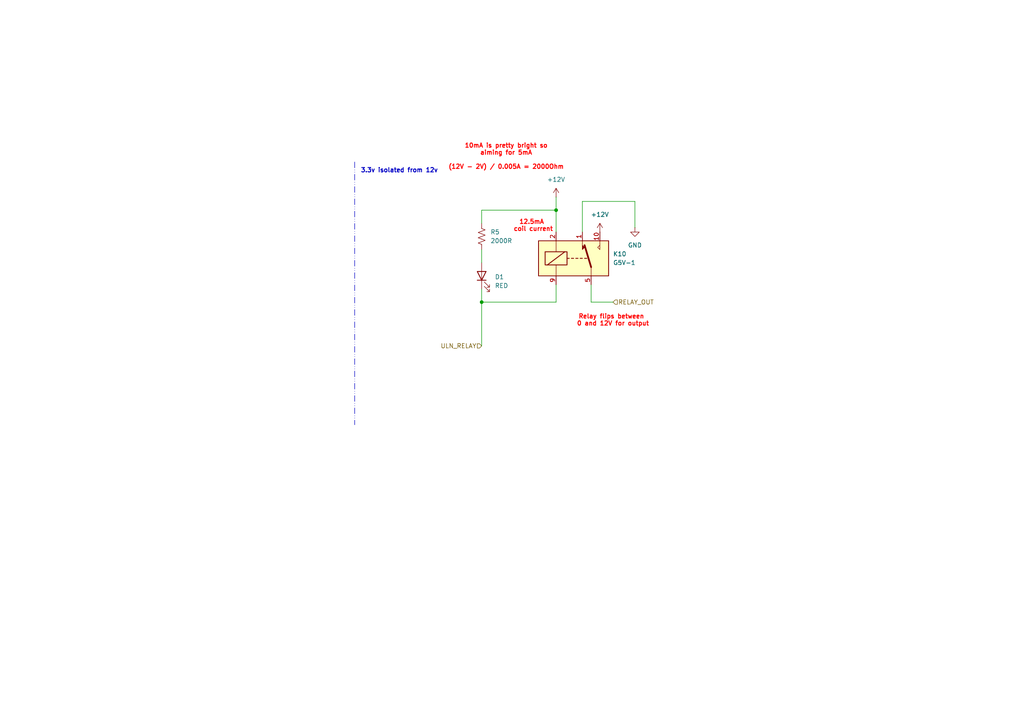
<source format=kicad_sch>
(kicad_sch (version 20231120) (generator "eeschema") (generator_version "8.0")
  (paper "A4")
  (lib_symbols
    (symbol "Device:LED" (pin_numbers hide) (pin_names (offset 1.016) hide)
      (property "Reference" "D" (at 0 2.54 0))
      (property "Value" "LED" (at 0 -2.54 0))
      (symbol "LED_0_1"
        (polyline (pts (xy -1.27 -1.27) (xy -1.27 1.27)) (stroke (width 0.254)))
        (polyline (pts (xy -1.27 0) (xy 1.27 0)))
        (polyline (pts (xy 1.27 -1.27) (xy 1.27 1.27) (xy -1.27 0) (xy 1.27 -1.27)) (stroke (width 0.254)))
        (polyline (pts (xy -3.048 -0.762) (xy -4.572 -2.286) (xy -3.81 -2.286) (xy -4.572 -2.286) (xy -4.572 -1.524)))
        (polyline (pts (xy -1.778 -0.762) (xy -3.302 -2.286) (xy -2.54 -2.286) (xy -3.302 -2.286) (xy -3.302 -1.524)))
      )
      (symbol "LED_1_1"
        (pin passive line (at -3.81 0 0) (length 2.54) (name "K") (number "1"))
        (pin passive line (at 3.81 0 180) (length 2.54) (name "A") (number "2"))
      )
    )
    (symbol "Device:R_US" (pin_numbers hide) (pin_names (offset 0))
      (property "Reference" "R" (at 2.54 0 90))
      (property "Value" "R_US" (at -2.54 0 90))
      (symbol "R_US_0_1"
        (polyline (pts (xy 0 -2.286) (xy 0 -2.54)))
        (polyline (pts (xy 0 2.286) (xy 0 2.54)))
        (polyline (pts (xy 0 -0.762) (xy 1.016 -1.143) (xy 0 -1.524) (xy -1.016 -1.905) (xy 0 -2.286)))
        (polyline (pts (xy 0 0.762) (xy 1.016 0.381) (xy 0 0) (xy -1.016 -0.381) (xy 0 -0.762)))
        (polyline (pts (xy 0 2.286) (xy 1.016 1.905) (xy 0 1.524) (xy -1.016 1.143) (xy 0 0.762)))
      )
      (symbol "R_US_1_1"
        (pin passive line (at 0 3.81 270) (length 1.27) (name "~") (number "1"))
        (pin passive line (at 0 -3.81 90) (length 1.27) (name "~") (number "2"))
      )
    )
    (symbol "Relay:G5V-1"
      (property "Reference" "K" (at 11.43 3.81 0))
      (property "Value" "G5V-1" (at 11.43 1.27 0))
      (symbol "G5V-1_0_0"
        (polyline (pts (xy 7.62 5.08) (xy 7.62 2.54) (xy 6.985 3.175) (xy 7.62 3.81)))
      )
      (symbol "G5V-1_0_1"
        (rectangle (start -10.16 5.08) (end 10.16 -5.08) (stroke (width 0.254)) (fill (type background)))
        (rectangle (start -8.255 1.905) (end -1.905 -1.905) (stroke (width 0.254)))
        (polyline (pts (xy -7.62 -1.905) (xy -2.54 1.905)) (stroke (width 0.254)))
        (polyline (pts (xy -5.08 -5.08) (xy -5.08 -1.905)))
        (polyline (pts (xy -5.08 5.08) (xy -5.08 1.905)))
        (polyline (pts (xy -1.905 0) (xy -1.27 0)) (stroke (width 0.254)))
        (polyline (pts (xy -0.635 0) (xy 0 0)) (stroke (width 0.254)))
        (polyline (pts (xy 0.635 0) (xy 1.27 0)) (stroke (width 0.254)))
        (polyline (pts (xy 1.905 0) (xy 2.54 0)) (stroke (width 0.254)))
        (polyline (pts (xy 3.175 0) (xy 3.81 0)) (stroke (width 0.254)))
        (polyline (pts (xy 5.08 -2.54) (xy 3.175 3.81)) (stroke (width 0.508)))
        (polyline (pts (xy 5.08 -2.54) (xy 5.08 -5.08)))
        (polyline (pts (xy 2.54 5.08) (xy 2.54 2.54) (xy 3.175 3.175) (xy 2.54 3.81)) (fill (type outline)))
      )
      (symbol "G5V-1_1_1"
        (pin passive line (at 2.54 7.62 270) (length 2.54) (name "~") (number "1"))
        (pin passive line (at 7.62 7.62 270) (length 2.54) (name "~") (number "10"))
        (pin passive line (at -5.08 7.62 270) (length 2.54) (name "~") (number "2"))
        (pin passive line (at 5.08 -7.62 90) (length 2.54) (name "~") (number "5"))
        (pin passive line (at 5.08 -7.62 90) (length 2.54) hide (name "~") (number "6"))
        (pin passive line (at -5.08 -7.62 90) (length 2.54) (name "~") (number "9"))
      )
    )
    (symbol "power:+12V" (power) (pin_numbers hide) (pin_names (offset 0) hide)
      (property "Value" "+12V" (at 0 3.556 0))
      (symbol "+12V_0_1"
        (polyline (pts (xy -0.762 1.27) (xy 0 2.54)))
        (polyline (pts (xy 0 0) (xy 0 2.54)))
        (polyline (pts (xy 0 2.54) (xy 0.762 1.27)))
      )
      (symbol "+12V_1_1"
        (pin power_in line (at 0 0 90) (length 0) (name "~") (number "1"))
      )
    )
    (symbol "power:GND" (power) (pin_numbers hide) (pin_names (offset 0) hide)
      (property "Value" "GND" (at 0 -3.81 0))
      (symbol "GND_0_1"
        (polyline (pts (xy 0 0) (xy 0 -1.27) (xy 1.27 -1.27) (xy 0 -2.54) (xy -1.27 -1.27) (xy 0 -1.27)))
      )
      (symbol "GND_1_1"
        (pin power_in line (at 0 0 270) (length 0) (name "~") (number "1"))
      )
    )
  )
  (junction (at 161.29 60.96))
  (junction (at 139.7 87.63))
  (wire (pts (xy 184.15 58.42) (xy 184.15 66.04)))
  (wire (pts (xy 161.29 67.31) (xy 161.29 60.96)))
  (wire (pts (xy 139.7 64.77) (xy 139.7 60.96)))
  (wire (pts (xy 139.7 87.63) (xy 139.7 100.33)))
  (wire (pts (xy 177.8 87.63) (xy 171.45 87.63)))
  (polyline (pts (xy 102.87 46.99) (xy 102.87 123.19)) (stroke (width 0) (type dash_dot_dot)))
  (wire (pts (xy 168.91 58.42) (xy 184.15 58.42)))
  (wire (pts (xy 139.7 87.63) (xy 161.29 87.63)))
  (wire (pts (xy 139.7 72.39) (xy 139.7 76.2)))
  (wire (pts (xy 161.29 87.63) (xy 161.29 82.55)))
  (wire (pts (xy 161.29 60.96) (xy 161.29 57.15)))
  (wire (pts (xy 171.45 87.63) (xy 171.45 82.55)))
  (wire (pts (xy 139.7 60.96) (xy 161.29 60.96)))
  (wire (pts (xy 139.7 83.82) (xy 139.7 87.63)))
  (wire (pts (xy 168.91 67.31) (xy 168.91 58.42)))
  (text "12.5mA \ncoil current" (at 154.686 65.532 0) (effects (font (size 1.27 1.27) (thickness 0.254) (bold yes))))
  (text "3.3v isolated from 12v" (at 115.824 49.53 0) (effects (font (size 1.27 1.27) (bold yes))))
  (text "Relay flips between \n0 and 12V for output" (at 177.8 92.964 0) (effects (font (size 1.27 1.27) (thickness 0.254) (bold yes))))
  (text "10mA is pretty bright so\naiming for 5mA\n\n(12V - 2V) / 0.005A = 2000Ohm" (at 146.812 45.466 0) (effects (font (size 1.27 1.27) (thickness 0.254) (bold yes))))
  (hierarchical_label "RELAY_OUT" (shape input) (at 177.8 87.63 0))
  (hierarchical_label "ULN_RELAY" (shape input) (at 139.7 100.33 180))
  (symbol (lib_id "power:GND") (at 184.15 66.04 0) (unit 1)
    (property "Reference" "#PWR033" (effects (hide yes)))
    (property "Value" "GND" (at 184.15 71.12 0))
    (property "Description" "Power symbol creates a global label with name \"GND\" , ground" (effects (hide yes)))
    (instances (project "RS232-Relay" (path "" (reference "#PWR033") (unit 1)) (path "" (reference "#PWR037") (unit 1)) (path "" (reference "#PWR041") (unit 1)) (path "" (reference "#PWR045") (unit 1)) (path "" (reference "#PWR049") (unit 1)) (path "" (reference "#PWR053") (unit 1)) (path "" (reference "#PWR057") (unit 1)) (path "" (reference "#PWR061") (unit 1)) (path "" (reference "#PWR065") (unit 1)) (path "" (reference "#PWR069") (unit 1)) (path "" (reference "#PWR073") (unit 1)) (path "" (reference "#PWR077") (unit 1))))
  )
  (symbol (lib_id "Device:LED") (at 139.7 80.01 90) (unit 1)
    (property "Reference" "D1" (at 143.51 80.3274 90) (effects (justify right)))
    (property "Value" "RED" (at 143.51 82.8674 90) (effects (justify right)))
    (property "Footprint" "LED_SMD:LED_0805_2012Metric" (effects (hide yes)))
    (property "Description" "Light emitting diode" (effects (hide yes)))
    (property "LCSC" "C84256" (effects (hide yes)))
    (instances (project "RS232-Relay" (path "" (reference "D1") (unit 1)) (path "" (reference "D2") (unit 1)) (path "" (reference "D3") (unit 1)) (path "" (reference "D4") (unit 1)) (path "" (reference "D7") (unit 1)) (path "" (reference "D8") (unit 1)) (path "" (reference "D9") (unit 1)) (path "" (reference "D10") (unit 1)) (path "" (reference "D11") (unit 1)) (path "" (reference "D12") (unit 1)) (path "" (reference "D13") (unit 1)) (path "" (reference "D14") (unit 1))))
  )
  (symbol (lib_id "power:+12V") (at 161.29 57.15 0) (unit 1)
    (property "Reference" "#PWR028" (effects (hide yes)))
    (property "Value" "+12V" (at 161.29 52.07 0))
    (property "Description" "Power symbol creates a global label with name \"+12V\"" (effects (hide yes)))
    (instances (project "RS232-Relay" (path "" (reference "#PWR028") (unit 1)) (path "" (reference "#PWR035") (unit 1)) (path "" (reference "#PWR039") (unit 1)) (path "" (reference "#PWR043") (unit 1)) (path "" (reference "#PWR047") (unit 1)) (path "" (reference "#PWR051") (unit 1)) (path "" (reference "#PWR055") (unit 1)) (path "" (reference "#PWR059") (unit 1)) (path "" (reference "#PWR063") (unit 1)) (path "" (reference "#PWR067") (unit 1)) (path "" (reference "#PWR071") (unit 1)) (path "" (reference "#PWR075") (unit 1))))
  )
  (symbol (lib_id "Device:R_US") (at 139.7 68.58 0) (unit 1)
    (property "Reference" "R5" (at 142.24 67.3099 0) (effects (justify left)))
    (property "Value" "2000R" (at 142.24 69.8499 0) (effects (justify left)))
    (property "Footprint" "Resistor_SMD:R_0603_1608Metric" (effects (hide yes)))
    (property "Description" "Resistor, US symbol" (effects (hide yes)))
    (property "LCSC" "C22975" (effects (hide yes)))
    (instances (project "RS232-Relay" (path "" (reference "R5") (unit 1)) (path "" (reference "R8") (unit 1)) (path "" (reference "R10") (unit 1)) (path "" (reference "R12") (unit 1)) (path "" (reference "R14") (unit 1)) (path "" (reference "R16") (unit 1)) (path "" (reference "R18") (unit 1)) (path "" (reference "R20") (unit 1)) (path "" (reference "R22") (unit 1)) (path "" (reference "R24") (unit 1)) (path "" (reference "R26") (unit 1)) (path "" (reference "R28") (unit 1))))
  )
  (symbol (lib_id "power:+12V") (at 173.99 67.31 0) (unit 1)
    (property "Reference" "#PWR032" (effects (hide yes)))
    (property "Value" "+12V" (at 173.99 62.23 0))
    (property "Description" "Power symbol creates a global label with name \"+12V\"" (effects (hide yes)))
    (instances (project "RS232-Relay" (path "" (reference "#PWR032") (unit 1)) (path "" (reference "#PWR036") (unit 1)) (path "" (reference "#PWR040") (unit 1)) (path "" (reference "#PWR044") (unit 1)) (path "" (reference "#PWR048") (unit 1)) (path "" (reference "#PWR052") (unit 1)) (path "" (reference "#PWR056") (unit 1)) (path "" (reference "#PWR060") (unit 1)) (path "" (reference "#PWR064") (unit 1)) (path "" (reference "#PWR068") (unit 1)) (path "" (reference "#PWR072") (unit 1)) (path "" (reference "#PWR076") (unit 1))))
  )
  (symbol (lib_id "Relay:G5V-1") (at 166.37 74.93 0) (unit 1)
    (property "Reference" "K10" (at 177.8 73.6599 0) (effects (justify left)))
    (property "Value" "G5V-1" (at 177.8 76.1999 0) (effects (justify left)))
    (property "Footprint" "Relay_THT:Relay_SPDT_Omron_G5V-1" (effects (hide yes)))
    (property "Datasheet" "http://omronfs.omron.com/en_US/ecb/products/pdf/en-g5v_1.pdf" (effects (hide yes)))
    (property "Description" "Ultra-miniature, Highly Sensitive SPDT Relay for Signal Circuits" (effects (hide yes)))
    (property "LCSC" " C31113" (effects (hide yes)))
    (instances (project "RS232-Relay" (path "" (reference "K10") (unit 1)) (path "" (reference "K1") (unit 1)) (path "" (reference "K2") (unit 1)) (path "" (reference "K3") (unit 1)) (path "" (reference "K4") (unit 1)) (path "" (reference "K5") (unit 1)) (path "" (reference "K6") (unit 1)) (path "" (reference "K7") (unit 1)) (path "" (reference "K8") (unit 1)) (path "" (reference "K9") (unit 1)) (path "" (reference "K11") (unit 1)) (path "" (reference "K12") (unit 1))))
  )
)
</source>
